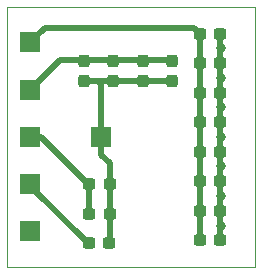
<source format=gtl>
G04 #@! TF.GenerationSoftware,KiCad,Pcbnew,(7.0.0)*
G04 #@! TF.CreationDate,2023-03-10T18:19:13+01:00*
G04 #@! TF.ProjectId,CapacitorBox0603,43617061-6369-4746-9f72-426f78303630,rev?*
G04 #@! TF.SameCoordinates,Original*
G04 #@! TF.FileFunction,Copper,L1,Top*
G04 #@! TF.FilePolarity,Positive*
%FSLAX46Y46*%
G04 Gerber Fmt 4.6, Leading zero omitted, Abs format (unit mm)*
G04 Created by KiCad (PCBNEW (7.0.0)) date 2023-03-10 18:19:13*
%MOMM*%
%LPD*%
G01*
G04 APERTURE LIST*
G04 Aperture macros list*
%AMRoundRect*
0 Rectangle with rounded corners*
0 $1 Rounding radius*
0 $2 $3 $4 $5 $6 $7 $8 $9 X,Y pos of 4 corners*
0 Add a 4 corners polygon primitive as box body*
4,1,4,$2,$3,$4,$5,$6,$7,$8,$9,$2,$3,0*
0 Add four circle primitives for the rounded corners*
1,1,$1+$1,$2,$3*
1,1,$1+$1,$4,$5*
1,1,$1+$1,$6,$7*
1,1,$1+$1,$8,$9*
0 Add four rect primitives between the rounded corners*
20,1,$1+$1,$2,$3,$4,$5,0*
20,1,$1+$1,$4,$5,$6,$7,0*
20,1,$1+$1,$6,$7,$8,$9,0*
20,1,$1+$1,$8,$9,$2,$3,0*%
G04 Aperture macros list end*
G04 #@! TA.AperFunction,SMDPad,CuDef*
%ADD10RoundRect,0.237500X-0.300000X-0.237500X0.300000X-0.237500X0.300000X0.237500X-0.300000X0.237500X0*%
G04 #@! TD*
G04 #@! TA.AperFunction,SMDPad,CuDef*
%ADD11RoundRect,0.237500X-0.237500X0.300000X-0.237500X-0.300000X0.237500X-0.300000X0.237500X0.300000X0*%
G04 #@! TD*
G04 #@! TA.AperFunction,ComponentPad*
%ADD12R,1.700000X1.700000*%
G04 #@! TD*
G04 #@! TA.AperFunction,ViaPad*
%ADD13C,0.800000*%
G04 #@! TD*
G04 #@! TA.AperFunction,Conductor*
%ADD14C,0.500000*%
G04 #@! TD*
G04 #@! TA.AperFunction,Profile*
%ADD15C,0.100000*%
G04 #@! TD*
G04 APERTURE END LIST*
D10*
X117337500Y-119750000D03*
X119062500Y-119750000D03*
X117337500Y-117250000D03*
X119062500Y-117250000D03*
D11*
X110000000Y-104537500D03*
X110000000Y-106262500D03*
D12*
X102999999Y-114999999D03*
X102999999Y-118999999D03*
D11*
X112500000Y-104537500D03*
X112500000Y-106262500D03*
X107500000Y-104537500D03*
X107500000Y-106262500D03*
D12*
X102999999Y-102999999D03*
X108999999Y-110999999D03*
D10*
X107975000Y-117500000D03*
X109700000Y-117500000D03*
D11*
X115000000Y-104537500D03*
X115000000Y-106262500D03*
D10*
X117337500Y-114750000D03*
X119062500Y-114750000D03*
X117337500Y-104750000D03*
X119062500Y-104750000D03*
D12*
X102999999Y-110999999D03*
D10*
X117337500Y-107250000D03*
X119062500Y-107250000D03*
X117337500Y-102250000D03*
X119062500Y-102250000D03*
X117337500Y-112250000D03*
X119062500Y-112250000D03*
X107975000Y-115000000D03*
X109700000Y-115000000D03*
D12*
X102999999Y-106999999D03*
D10*
X117337500Y-109750000D03*
X119062500Y-109750000D03*
X107937500Y-120000000D03*
X109662500Y-120000000D03*
D13*
X119100000Y-118500000D03*
X119100000Y-113500000D03*
X119100000Y-106000000D03*
X119100000Y-103500000D03*
X119100000Y-108500000D03*
X119100000Y-111000000D03*
X119100000Y-116000000D03*
D14*
X107875000Y-120000000D02*
X103000000Y-115125000D01*
X103000000Y-115125000D02*
X103000000Y-115000000D01*
X109700000Y-113200000D02*
X109700000Y-115000000D01*
X109700000Y-119962500D02*
X109662500Y-120000000D01*
X115000000Y-106262500D02*
X108737500Y-106262500D01*
X109700000Y-117500000D02*
X109700000Y-119962500D01*
X109000000Y-106525000D02*
X108737500Y-106262500D01*
X109000000Y-111000000D02*
X109000000Y-106525000D01*
X109700000Y-117500000D02*
X109700000Y-115000000D01*
X109000000Y-112500000D02*
X109700000Y-113200000D01*
X108737500Y-106262500D02*
X107500000Y-106262500D01*
X119062500Y-119750000D02*
X119062500Y-102250000D01*
X109000000Y-111000000D02*
X109000000Y-112500000D01*
X117337500Y-102250000D02*
X117337500Y-119750000D01*
X116837500Y-101750000D02*
X117337500Y-102250000D01*
X103000000Y-103000000D02*
X104250000Y-101750000D01*
X104250000Y-101750000D02*
X116837500Y-101750000D01*
X107975000Y-117500000D02*
X107975000Y-115000000D01*
X103875000Y-111000000D02*
X103000000Y-111000000D01*
X107875000Y-115000000D02*
X103875000Y-111000000D01*
X103000000Y-107000000D02*
X103087500Y-107000000D01*
X105500000Y-104500000D02*
X114962500Y-104500000D01*
X103000000Y-107000000D02*
X105500000Y-104500000D01*
X114962500Y-104500000D02*
X115000000Y-104537500D01*
D15*
X101000000Y-100000000D02*
X122000000Y-100000000D01*
X122000000Y-100000000D02*
X122000000Y-122000000D01*
X122000000Y-122000000D02*
X101000000Y-122000000D01*
X101000000Y-100000000D02*
X101000000Y-122000000D01*
M02*

</source>
